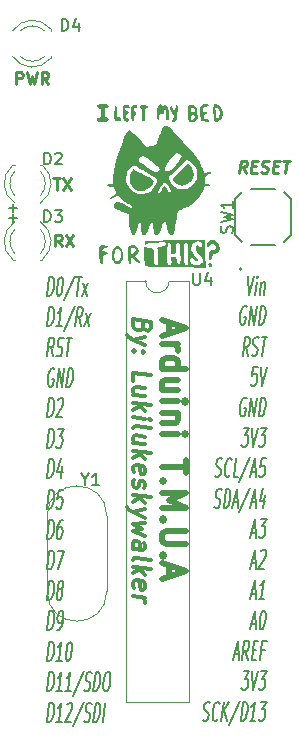
<source format=gbr>
%TF.GenerationSoftware,KiCad,Pcbnew,6.0.4-6f826c9f35~116~ubuntu20.04.1*%
%TF.CreationDate,2022-04-08T20:43:30+02:00*%
%TF.ProjectId,Arduini_TPSE,41726475-696e-4695-9f54-5053452e6b69,rev?*%
%TF.SameCoordinates,Original*%
%TF.FileFunction,Legend,Top*%
%TF.FilePolarity,Positive*%
%FSLAX46Y46*%
G04 Gerber Fmt 4.6, Leading zero omitted, Abs format (unit mm)*
G04 Created by KiCad (PCBNEW 6.0.4-6f826c9f35~116~ubuntu20.04.1) date 2022-04-08 20:43:30*
%MOMM*%
%LPD*%
G01*
G04 APERTURE LIST*
%ADD10C,0.200000*%
%ADD11C,0.250000*%
%ADD12C,0.500000*%
%ADD13C,0.300000*%
%ADD14C,0.160000*%
%ADD15C,0.120000*%
%ADD16C,0.127000*%
G04 APERTURE END LIST*
D10*
X412500Y43862500D02*
X1087500Y43862500D01*
X750000Y43325000D02*
X750000Y42650000D01*
X412500Y42987500D02*
X1087500Y42987500D01*
X750000Y44200000D02*
X750000Y43525000D01*
X3680000Y36413190D02*
X3880000Y38013190D01*
X4070476Y38013190D01*
X4175238Y37937000D01*
X4232380Y37784619D01*
X4251428Y37632238D01*
X4251428Y37327476D01*
X4222857Y37098904D01*
X4146666Y36794142D01*
X4089523Y36641761D01*
X3994285Y36489380D01*
X3870476Y36413190D01*
X3680000Y36413190D01*
X4832380Y38013190D02*
X4908571Y38013190D01*
X4975238Y37937000D01*
X5003809Y37860809D01*
X5022857Y37708428D01*
X5022857Y37403666D01*
X4975238Y37022714D01*
X4899047Y36717952D01*
X4841904Y36565571D01*
X4794285Y36489380D01*
X4708571Y36413190D01*
X4632380Y36413190D01*
X4565714Y36489380D01*
X4537142Y36565571D01*
X4518095Y36717952D01*
X4518095Y37022714D01*
X4565714Y37403666D01*
X4641904Y37708428D01*
X4699047Y37860809D01*
X4746666Y37937000D01*
X4832380Y38013190D01*
X6022857Y38089380D02*
X5080000Y36032238D01*
X6165714Y38013190D02*
X6622857Y38013190D01*
X6194285Y36413190D02*
X6394285Y38013190D01*
X6613333Y36413190D02*
X7165714Y37479857D01*
X6746666Y37479857D02*
X7032380Y36413190D01*
X3680000Y33837190D02*
X3880000Y35437190D01*
X4070476Y35437190D01*
X4175238Y35361000D01*
X4232380Y35208619D01*
X4251428Y35056238D01*
X4251428Y34751476D01*
X4222857Y34522904D01*
X4146666Y34218142D01*
X4089523Y34065761D01*
X3994285Y33913380D01*
X3870476Y33837190D01*
X3680000Y33837190D01*
X4899047Y33837190D02*
X4441904Y33837190D01*
X4670476Y33837190D02*
X4870476Y35437190D01*
X4765714Y35208619D01*
X4670476Y35056238D01*
X4584761Y34980047D01*
X6022857Y35513380D02*
X5080000Y33456238D01*
X6537142Y33837190D02*
X6365714Y34599095D01*
X6080000Y33837190D02*
X6280000Y35437190D01*
X6584761Y35437190D01*
X6651428Y35361000D01*
X6679999Y35284809D01*
X6699047Y35132428D01*
X6670476Y34903857D01*
X6613333Y34751476D01*
X6565714Y34675285D01*
X6480000Y34599095D01*
X6175238Y34599095D01*
X6803809Y33837190D02*
X7356190Y34903857D01*
X6937142Y34903857D02*
X7222857Y33837190D01*
X4137142Y31261190D02*
X3965714Y32023095D01*
X3680000Y31261190D02*
X3880000Y32861190D01*
X4184761Y32861190D01*
X4251428Y32785000D01*
X4280000Y32708809D01*
X4299047Y32556428D01*
X4270476Y32327857D01*
X4213333Y32175476D01*
X4165714Y32099285D01*
X4080000Y32023095D01*
X3775238Y32023095D01*
X4451428Y31337380D02*
X4556190Y31261190D01*
X4746666Y31261190D01*
X4832380Y31337380D01*
X4880000Y31413571D01*
X4937142Y31565952D01*
X4956190Y31718333D01*
X4937142Y31870714D01*
X4908571Y31946904D01*
X4841904Y32023095D01*
X4699047Y32099285D01*
X4632380Y32175476D01*
X4603809Y32251666D01*
X4584761Y32404047D01*
X4603809Y32556428D01*
X4660952Y32708809D01*
X4708571Y32785000D01*
X4794285Y32861190D01*
X4984761Y32861190D01*
X5089523Y32785000D01*
X5327619Y32861190D02*
X5784761Y32861190D01*
X5356190Y31261190D02*
X5556190Y32861190D01*
X4289523Y30209000D02*
X4222857Y30285190D01*
X4108571Y30285190D01*
X3984761Y30209000D01*
X3889523Y30056619D01*
X3832380Y29904238D01*
X3756190Y29599476D01*
X3727619Y29370904D01*
X3727619Y29066142D01*
X3746666Y28913761D01*
X3803809Y28761380D01*
X3908571Y28685190D01*
X3984761Y28685190D01*
X4108571Y28761380D01*
X4156190Y28837571D01*
X4222857Y29370904D01*
X4070476Y29370904D01*
X4480000Y28685190D02*
X4680000Y30285190D01*
X4937142Y28685190D01*
X5137142Y30285190D01*
X5318095Y28685190D02*
X5518095Y30285190D01*
X5708571Y30285190D01*
X5813333Y30209000D01*
X5870476Y30056619D01*
X5889523Y29904238D01*
X5889523Y29599476D01*
X5860952Y29370904D01*
X5784761Y29066142D01*
X5727619Y28913761D01*
X5632380Y28761380D01*
X5508571Y28685190D01*
X5318095Y28685190D01*
X3680000Y26109190D02*
X3880000Y27709190D01*
X4070476Y27709190D01*
X4175238Y27633000D01*
X4232380Y27480619D01*
X4251428Y27328238D01*
X4251428Y27023476D01*
X4222857Y26794904D01*
X4146666Y26490142D01*
X4089523Y26337761D01*
X3994285Y26185380D01*
X3870476Y26109190D01*
X3680000Y26109190D01*
X4622857Y27556809D02*
X4670476Y27633000D01*
X4756190Y27709190D01*
X4946666Y27709190D01*
X5013333Y27633000D01*
X5041904Y27556809D01*
X5060952Y27404428D01*
X5041904Y27252047D01*
X4975238Y27023476D01*
X4403809Y26109190D01*
X4899047Y26109190D01*
X3680000Y23533190D02*
X3880000Y25133190D01*
X4070476Y25133190D01*
X4175238Y25057000D01*
X4232380Y24904619D01*
X4251428Y24752238D01*
X4251428Y24447476D01*
X4222857Y24218904D01*
X4146666Y23914142D01*
X4089523Y23761761D01*
X3994285Y23609380D01*
X3870476Y23533190D01*
X3680000Y23533190D01*
X4603809Y25133190D02*
X5099047Y25133190D01*
X4756190Y24523666D01*
X4870476Y24523666D01*
X4937142Y24447476D01*
X4965714Y24371285D01*
X4984761Y24218904D01*
X4937142Y23837952D01*
X4880000Y23685571D01*
X4832380Y23609380D01*
X4746666Y23533190D01*
X4518095Y23533190D01*
X4451428Y23609380D01*
X4422857Y23685571D01*
X3680000Y20957190D02*
X3880000Y22557190D01*
X4070476Y22557190D01*
X4175238Y22481000D01*
X4232380Y22328619D01*
X4251428Y22176238D01*
X4251428Y21871476D01*
X4222857Y21642904D01*
X4146666Y21338142D01*
X4089523Y21185761D01*
X3994285Y21033380D01*
X3870476Y20957190D01*
X3680000Y20957190D01*
X4956190Y22023857D02*
X4822857Y20957190D01*
X4841904Y22633380D02*
X4508571Y21490523D01*
X5003809Y21490523D01*
X3680000Y18381190D02*
X3880000Y19981190D01*
X4070476Y19981190D01*
X4175238Y19905000D01*
X4232380Y19752619D01*
X4251428Y19600238D01*
X4251428Y19295476D01*
X4222857Y19066904D01*
X4146666Y18762142D01*
X4089523Y18609761D01*
X3994285Y18457380D01*
X3870476Y18381190D01*
X3680000Y18381190D01*
X5060952Y19981190D02*
X4680000Y19981190D01*
X4546666Y19219285D01*
X4594285Y19295476D01*
X4680000Y19371666D01*
X4870476Y19371666D01*
X4937142Y19295476D01*
X4965714Y19219285D01*
X4984761Y19066904D01*
X4937142Y18685952D01*
X4880000Y18533571D01*
X4832380Y18457380D01*
X4746666Y18381190D01*
X4556190Y18381190D01*
X4489523Y18457380D01*
X4460952Y18533571D01*
X3680000Y15805190D02*
X3880000Y17405190D01*
X4070476Y17405190D01*
X4175238Y17329000D01*
X4232380Y17176619D01*
X4251428Y17024238D01*
X4251428Y16719476D01*
X4222857Y16490904D01*
X4146666Y16186142D01*
X4089523Y16033761D01*
X3994285Y15881380D01*
X3870476Y15805190D01*
X3680000Y15805190D01*
X5022857Y17405190D02*
X4870476Y17405190D01*
X4784761Y17329000D01*
X4737142Y17252809D01*
X4632380Y17024238D01*
X4556190Y16719476D01*
X4480000Y16109952D01*
X4499047Y15957571D01*
X4527619Y15881380D01*
X4594285Y15805190D01*
X4746666Y15805190D01*
X4832380Y15881380D01*
X4880000Y15957571D01*
X4937142Y16109952D01*
X4984761Y16490904D01*
X4965714Y16643285D01*
X4937142Y16719476D01*
X4870476Y16795666D01*
X4718095Y16795666D01*
X4632380Y16719476D01*
X4584761Y16643285D01*
X4527619Y16490904D01*
X3680000Y13229190D02*
X3880000Y14829190D01*
X4070476Y14829190D01*
X4175238Y14753000D01*
X4232380Y14600619D01*
X4251428Y14448238D01*
X4251428Y14143476D01*
X4222857Y13914904D01*
X4146666Y13610142D01*
X4089523Y13457761D01*
X3994285Y13305380D01*
X3870476Y13229190D01*
X3680000Y13229190D01*
X4603809Y14829190D02*
X5137142Y14829190D01*
X4594285Y13229190D01*
X3680000Y10653190D02*
X3880000Y12253190D01*
X4070476Y12253190D01*
X4175238Y12177000D01*
X4232380Y12024619D01*
X4251428Y11872238D01*
X4251428Y11567476D01*
X4222857Y11338904D01*
X4146666Y11034142D01*
X4089523Y10881761D01*
X3994285Y10729380D01*
X3870476Y10653190D01*
X3680000Y10653190D01*
X4708571Y11567476D02*
X4641904Y11643666D01*
X4613333Y11719857D01*
X4594285Y11872238D01*
X4603809Y11948428D01*
X4660952Y12100809D01*
X4708571Y12177000D01*
X4794285Y12253190D01*
X4946666Y12253190D01*
X5013333Y12177000D01*
X5041904Y12100809D01*
X5060952Y11948428D01*
X5051428Y11872238D01*
X4994285Y11719857D01*
X4946666Y11643666D01*
X4860952Y11567476D01*
X4708571Y11567476D01*
X4622857Y11491285D01*
X4575238Y11415095D01*
X4518095Y11262714D01*
X4480000Y10957952D01*
X4499047Y10805571D01*
X4527619Y10729380D01*
X4594285Y10653190D01*
X4746666Y10653190D01*
X4832380Y10729380D01*
X4880000Y10805571D01*
X4937142Y10957952D01*
X4975238Y11262714D01*
X4956190Y11415095D01*
X4927619Y11491285D01*
X4860952Y11567476D01*
X3680000Y8077190D02*
X3880000Y9677190D01*
X4070476Y9677190D01*
X4175238Y9601000D01*
X4232380Y9448619D01*
X4251428Y9296238D01*
X4251428Y8991476D01*
X4222857Y8762904D01*
X4146666Y8458142D01*
X4089523Y8305761D01*
X3994285Y8153380D01*
X3870476Y8077190D01*
X3680000Y8077190D01*
X4518095Y8077190D02*
X4670476Y8077190D01*
X4756190Y8153380D01*
X4803809Y8229571D01*
X4908571Y8458142D01*
X4984761Y8762904D01*
X5060952Y9372428D01*
X5041904Y9524809D01*
X5013333Y9601000D01*
X4946666Y9677190D01*
X4794285Y9677190D01*
X4708571Y9601000D01*
X4660952Y9524809D01*
X4603809Y9372428D01*
X4556190Y8991476D01*
X4575238Y8839095D01*
X4603809Y8762904D01*
X4670476Y8686714D01*
X4822857Y8686714D01*
X4908571Y8762904D01*
X4956190Y8839095D01*
X5013333Y8991476D01*
X3680000Y5501190D02*
X3880000Y7101190D01*
X4070476Y7101190D01*
X4175238Y7025000D01*
X4232380Y6872619D01*
X4251428Y6720238D01*
X4251428Y6415476D01*
X4222857Y6186904D01*
X4146666Y5882142D01*
X4089523Y5729761D01*
X3994285Y5577380D01*
X3870476Y5501190D01*
X3680000Y5501190D01*
X4899047Y5501190D02*
X4441904Y5501190D01*
X4670476Y5501190D02*
X4870476Y7101190D01*
X4765714Y6872619D01*
X4670476Y6720238D01*
X4584761Y6644047D01*
X5594285Y7101190D02*
X5670476Y7101190D01*
X5737142Y7025000D01*
X5765714Y6948809D01*
X5784761Y6796428D01*
X5784761Y6491666D01*
X5737142Y6110714D01*
X5660952Y5805952D01*
X5603809Y5653571D01*
X5556190Y5577380D01*
X5470476Y5501190D01*
X5394285Y5501190D01*
X5327619Y5577380D01*
X5299047Y5653571D01*
X5280000Y5805952D01*
X5280000Y6110714D01*
X5327619Y6491666D01*
X5403809Y6796428D01*
X5460952Y6948809D01*
X5508571Y7025000D01*
X5594285Y7101190D01*
X3680000Y2925190D02*
X3880000Y4525190D01*
X4070476Y4525190D01*
X4175238Y4449000D01*
X4232380Y4296619D01*
X4251428Y4144238D01*
X4251428Y3839476D01*
X4222857Y3610904D01*
X4146666Y3306142D01*
X4089523Y3153761D01*
X3994285Y3001380D01*
X3870476Y2925190D01*
X3680000Y2925190D01*
X4899047Y2925190D02*
X4441904Y2925190D01*
X4670476Y2925190D02*
X4870476Y4525190D01*
X4765714Y4296619D01*
X4670476Y4144238D01*
X4584761Y4068047D01*
X5660952Y2925190D02*
X5203809Y2925190D01*
X5432380Y2925190D02*
X5632380Y4525190D01*
X5527619Y4296619D01*
X5432380Y4144238D01*
X5346666Y4068047D01*
X6784761Y4601380D02*
X5841904Y2544238D01*
X6813333Y3001380D02*
X6918095Y2925190D01*
X7108571Y2925190D01*
X7194285Y3001380D01*
X7241904Y3077571D01*
X7299047Y3229952D01*
X7318095Y3382333D01*
X7299047Y3534714D01*
X7270476Y3610904D01*
X7203809Y3687095D01*
X7060952Y3763285D01*
X6994285Y3839476D01*
X6965714Y3915666D01*
X6946666Y4068047D01*
X6965714Y4220428D01*
X7022857Y4372809D01*
X7070476Y4449000D01*
X7156190Y4525190D01*
X7346666Y4525190D01*
X7451428Y4449000D01*
X7603809Y2925190D02*
X7803809Y4525190D01*
X7994285Y4525190D01*
X8099047Y4449000D01*
X8156190Y4296619D01*
X8175238Y4144238D01*
X8175238Y3839476D01*
X8146666Y3610904D01*
X8070476Y3306142D01*
X8013333Y3153761D01*
X7918095Y3001380D01*
X7794285Y2925190D01*
X7603809Y2925190D01*
X8756190Y4525190D02*
X8908571Y4525190D01*
X8975238Y4449000D01*
X9032380Y4296619D01*
X9032380Y3991857D01*
X8965714Y3458523D01*
X8889523Y3153761D01*
X8794285Y3001380D01*
X8708571Y2925190D01*
X8556190Y2925190D01*
X8489523Y3001380D01*
X8432380Y3153761D01*
X8432380Y3458523D01*
X8499047Y3991857D01*
X8575238Y4296619D01*
X8670476Y4449000D01*
X8756190Y4525190D01*
X3680000Y349190D02*
X3880000Y1949190D01*
X4070476Y1949190D01*
X4175238Y1873000D01*
X4232380Y1720619D01*
X4251428Y1568238D01*
X4251428Y1263476D01*
X4222857Y1034904D01*
X4146666Y730142D01*
X4089523Y577761D01*
X3994285Y425380D01*
X3870476Y349190D01*
X3680000Y349190D01*
X4899047Y349190D02*
X4441904Y349190D01*
X4670476Y349190D02*
X4870476Y1949190D01*
X4765714Y1720619D01*
X4670476Y1568238D01*
X4584761Y1492047D01*
X5384761Y1796809D02*
X5432380Y1873000D01*
X5518095Y1949190D01*
X5708571Y1949190D01*
X5775238Y1873000D01*
X5803809Y1796809D01*
X5822857Y1644428D01*
X5803809Y1492047D01*
X5737142Y1263476D01*
X5165714Y349190D01*
X5660952Y349190D01*
X6784761Y2025380D02*
X5841904Y-31761D01*
X6813333Y425380D02*
X6918095Y349190D01*
X7108571Y349190D01*
X7194285Y425380D01*
X7241904Y501571D01*
X7299047Y653952D01*
X7318095Y806333D01*
X7299047Y958714D01*
X7270476Y1034904D01*
X7203809Y1111095D01*
X7060952Y1187285D01*
X6994285Y1263476D01*
X6965714Y1339666D01*
X6946666Y1492047D01*
X6965714Y1644428D01*
X7022857Y1796809D01*
X7070476Y1873000D01*
X7156190Y1949190D01*
X7346666Y1949190D01*
X7451428Y1873000D01*
X7603809Y349190D02*
X7803809Y1949190D01*
X7994285Y1949190D01*
X8099047Y1873000D01*
X8156190Y1720619D01*
X8175238Y1568238D01*
X8175238Y1263476D01*
X8146666Y1034904D01*
X8070476Y730142D01*
X8013333Y577761D01*
X7918095Y425380D01*
X7794285Y349190D01*
X7603809Y349190D01*
X8403809Y349190D02*
X8603809Y1949190D01*
D11*
X20502946Y46827619D02*
X20229136Y47303809D01*
X19931517Y46827619D02*
X20056517Y47827619D01*
X20437470Y47827619D01*
X20526755Y47780000D01*
X20568422Y47732380D01*
X20604136Y47637142D01*
X20586279Y47494285D01*
X20526755Y47399047D01*
X20473184Y47351428D01*
X20371994Y47303809D01*
X19991041Y47303809D01*
X20996994Y47351428D02*
X21330327Y47351428D01*
X21407708Y46827619D02*
X20931517Y46827619D01*
X21056517Y47827619D01*
X21532708Y47827619D01*
X21794613Y46875238D02*
X21931517Y46827619D01*
X22169613Y46827619D01*
X22270803Y46875238D01*
X22324375Y46922857D01*
X22383898Y47018095D01*
X22395803Y47113333D01*
X22360089Y47208571D01*
X22318422Y47256190D01*
X22229136Y47303809D01*
X22044613Y47351428D01*
X21955327Y47399047D01*
X21913660Y47446666D01*
X21877946Y47541904D01*
X21889851Y47637142D01*
X21949375Y47732380D01*
X22002946Y47780000D01*
X22104136Y47827619D01*
X22342232Y47827619D01*
X22479136Y47780000D01*
X22854136Y47351428D02*
X23187470Y47351428D01*
X23264851Y46827619D02*
X22788660Y46827619D01*
X22913660Y47827619D01*
X23389851Y47827619D01*
X23675565Y47827619D02*
X24246994Y47827619D01*
X23836279Y46827619D02*
X23961279Y47827619D01*
D12*
X13991666Y34116904D02*
X13991666Y33164523D01*
X13420238Y34307380D02*
X15420238Y33640714D01*
X13420238Y32974047D01*
X13420238Y32307380D02*
X14753571Y32307380D01*
X14372619Y32307380D02*
X14563095Y32212142D01*
X14658333Y32116904D01*
X14753571Y31926428D01*
X14753571Y31735952D01*
X13420238Y30212142D02*
X15420238Y30212142D01*
X13515476Y30212142D02*
X13420238Y30402619D01*
X13420238Y30783571D01*
X13515476Y30974047D01*
X13610714Y31069285D01*
X13801190Y31164523D01*
X14372619Y31164523D01*
X14563095Y31069285D01*
X14658333Y30974047D01*
X14753571Y30783571D01*
X14753571Y30402619D01*
X14658333Y30212142D01*
X14753571Y28402619D02*
X13420238Y28402619D01*
X14753571Y29259761D02*
X13705952Y29259761D01*
X13515476Y29164523D01*
X13420238Y28974047D01*
X13420238Y28688333D01*
X13515476Y28497857D01*
X13610714Y28402619D01*
X13420238Y27450238D02*
X14753571Y27450238D01*
X15420238Y27450238D02*
X15325000Y27545476D01*
X15229761Y27450238D01*
X15325000Y27355000D01*
X15420238Y27450238D01*
X15229761Y27450238D01*
X14753571Y26497857D02*
X13420238Y26497857D01*
X14563095Y26497857D02*
X14658333Y26402619D01*
X14753571Y26212142D01*
X14753571Y25926428D01*
X14658333Y25735952D01*
X14467857Y25640714D01*
X13420238Y25640714D01*
X13420238Y24688333D02*
X14753571Y24688333D01*
X15420238Y24688333D02*
X15325000Y24783571D01*
X15229761Y24688333D01*
X15325000Y24593095D01*
X15420238Y24688333D01*
X15229761Y24688333D01*
X15420238Y22497857D02*
X15420238Y21355000D01*
X13420238Y21926428D02*
X15420238Y21926428D01*
X13610714Y20688333D02*
X13515476Y20593095D01*
X13420238Y20688333D01*
X13515476Y20783571D01*
X13610714Y20688333D01*
X13420238Y20688333D01*
X13420238Y19735952D02*
X15420238Y19735952D01*
X13991666Y19069285D01*
X15420238Y18402619D01*
X13420238Y18402619D01*
X13610714Y17450238D02*
X13515476Y17355000D01*
X13420238Y17450238D01*
X13515476Y17545476D01*
X13610714Y17450238D01*
X13420238Y17450238D01*
X15420238Y16497857D02*
X13801190Y16497857D01*
X13610714Y16402619D01*
X13515476Y16307380D01*
X13420238Y16116904D01*
X13420238Y15735952D01*
X13515476Y15545476D01*
X13610714Y15450238D01*
X13801190Y15355000D01*
X15420238Y15355000D01*
X13610714Y14402619D02*
X13515476Y14307380D01*
X13420238Y14402619D01*
X13515476Y14497857D01*
X13610714Y14402619D01*
X13420238Y14402619D01*
X13991666Y13545476D02*
X13991666Y12593095D01*
X13420238Y13735952D02*
X15420238Y13069285D01*
X13420238Y12402619D01*
D10*
X20693238Y38088190D02*
X20759904Y36488190D01*
X21226571Y38088190D01*
X21293238Y36488190D02*
X21426571Y37554857D01*
X21493238Y38088190D02*
X21445619Y38012000D01*
X21474190Y37935809D01*
X21521809Y38012000D01*
X21493238Y38088190D01*
X21474190Y37935809D01*
X21807523Y37554857D02*
X21674190Y36488190D01*
X21788476Y37402476D02*
X21836095Y37478666D01*
X21921809Y37554857D01*
X22036095Y37554857D01*
X22102761Y37478666D01*
X22121809Y37326285D01*
X22017047Y36488190D01*
X20569428Y35436000D02*
X20502761Y35512190D01*
X20388476Y35512190D01*
X20264666Y35436000D01*
X20169428Y35283619D01*
X20112285Y35131238D01*
X20036095Y34826476D01*
X20007523Y34597904D01*
X20007523Y34293142D01*
X20026571Y34140761D01*
X20083714Y33988380D01*
X20188476Y33912190D01*
X20264666Y33912190D01*
X20388476Y33988380D01*
X20436095Y34064571D01*
X20502761Y34597904D01*
X20350380Y34597904D01*
X20759904Y33912190D02*
X20959904Y35512190D01*
X21217047Y33912190D01*
X21417047Y35512190D01*
X21598000Y33912190D02*
X21798000Y35512190D01*
X21988476Y35512190D01*
X22093238Y35436000D01*
X22150380Y35283619D01*
X22169428Y35131238D01*
X22169428Y34826476D01*
X22140857Y34597904D01*
X22064666Y34293142D01*
X22007523Y34140761D01*
X21912285Y33988380D01*
X21788476Y33912190D01*
X21598000Y33912190D01*
X20683714Y31336190D02*
X20512285Y32098095D01*
X20226571Y31336190D02*
X20426571Y32936190D01*
X20731333Y32936190D01*
X20798000Y32860000D01*
X20826571Y32783809D01*
X20845619Y32631428D01*
X20817047Y32402857D01*
X20759904Y32250476D01*
X20712285Y32174285D01*
X20626571Y32098095D01*
X20321809Y32098095D01*
X20998000Y31412380D02*
X21102761Y31336190D01*
X21293238Y31336190D01*
X21378952Y31412380D01*
X21426571Y31488571D01*
X21483714Y31640952D01*
X21502761Y31793333D01*
X21483714Y31945714D01*
X21455142Y32021904D01*
X21388476Y32098095D01*
X21245619Y32174285D01*
X21178952Y32250476D01*
X21150380Y32326666D01*
X21131333Y32479047D01*
X21150380Y32631428D01*
X21207523Y32783809D01*
X21255142Y32860000D01*
X21340857Y32936190D01*
X21531333Y32936190D01*
X21636095Y32860000D01*
X21874190Y32936190D02*
X22331333Y32936190D01*
X21902761Y31336190D02*
X22102761Y32936190D01*
X21531333Y30360190D02*
X21150380Y30360190D01*
X21017047Y29598285D01*
X21064666Y29674476D01*
X21150380Y29750666D01*
X21340857Y29750666D01*
X21407523Y29674476D01*
X21436095Y29598285D01*
X21455142Y29445904D01*
X21407523Y29064952D01*
X21350380Y28912571D01*
X21302761Y28836380D01*
X21217047Y28760190D01*
X21026571Y28760190D01*
X20959904Y28836380D01*
X20931333Y28912571D01*
X21798000Y30360190D02*
X21864666Y28760190D01*
X22331333Y30360190D01*
X20569428Y27708000D02*
X20502761Y27784190D01*
X20388476Y27784190D01*
X20264666Y27708000D01*
X20169428Y27555619D01*
X20112285Y27403238D01*
X20036095Y27098476D01*
X20007523Y26869904D01*
X20007523Y26565142D01*
X20026571Y26412761D01*
X20083714Y26260380D01*
X20188476Y26184190D01*
X20264666Y26184190D01*
X20388476Y26260380D01*
X20436095Y26336571D01*
X20502761Y26869904D01*
X20350380Y26869904D01*
X20759904Y26184190D02*
X20959904Y27784190D01*
X21217047Y26184190D01*
X21417047Y27784190D01*
X21598000Y26184190D02*
X21798000Y27784190D01*
X21988476Y27784190D01*
X22093238Y27708000D01*
X22150380Y27555619D01*
X22169428Y27403238D01*
X22169428Y27098476D01*
X22140857Y26869904D01*
X22064666Y26565142D01*
X22007523Y26412761D01*
X21912285Y26260380D01*
X21788476Y26184190D01*
X21598000Y26184190D01*
X20312285Y25208190D02*
X20807523Y25208190D01*
X20464666Y24598666D01*
X20578952Y24598666D01*
X20645619Y24522476D01*
X20674190Y24446285D01*
X20693238Y24293904D01*
X20645619Y23912952D01*
X20588476Y23760571D01*
X20540857Y23684380D01*
X20455142Y23608190D01*
X20226571Y23608190D01*
X20159904Y23684380D01*
X20131333Y23760571D01*
X21036095Y25208190D02*
X21102761Y23608190D01*
X21569428Y25208190D01*
X21759904Y25208190D02*
X22255142Y25208190D01*
X21912285Y24598666D01*
X22026571Y24598666D01*
X22093238Y24522476D01*
X22121809Y24446285D01*
X22140857Y24293904D01*
X22093238Y23912952D01*
X22036095Y23760571D01*
X21988476Y23684380D01*
X21902761Y23608190D01*
X21674190Y23608190D01*
X21607523Y23684380D01*
X21578952Y23760571D01*
X17874190Y21108380D02*
X17978952Y21032190D01*
X18169428Y21032190D01*
X18255142Y21108380D01*
X18302761Y21184571D01*
X18359904Y21336952D01*
X18378952Y21489333D01*
X18359904Y21641714D01*
X18331333Y21717904D01*
X18264666Y21794095D01*
X18121809Y21870285D01*
X18055142Y21946476D01*
X18026571Y22022666D01*
X18007523Y22175047D01*
X18026571Y22327428D01*
X18083714Y22479809D01*
X18131333Y22556000D01*
X18217047Y22632190D01*
X18407523Y22632190D01*
X18512285Y22556000D01*
X19140857Y21184571D02*
X19093238Y21108380D01*
X18969428Y21032190D01*
X18893238Y21032190D01*
X18788476Y21108380D01*
X18731333Y21260761D01*
X18712285Y21413142D01*
X18712285Y21717904D01*
X18740857Y21946476D01*
X18817047Y22251238D01*
X18874190Y22403619D01*
X18969428Y22556000D01*
X19093238Y22632190D01*
X19169428Y22632190D01*
X19274190Y22556000D01*
X19302761Y22479809D01*
X19845619Y21032190D02*
X19464666Y21032190D01*
X19664666Y22632190D01*
X20893238Y22708380D02*
X19950380Y20651238D01*
X20969428Y21489333D02*
X21350380Y21489333D01*
X20836095Y21032190D02*
X21302761Y22632190D01*
X21369428Y21032190D01*
X22217047Y22632190D02*
X21836095Y22632190D01*
X21702761Y21870285D01*
X21750380Y21946476D01*
X21836095Y22022666D01*
X22026571Y22022666D01*
X22093238Y21946476D01*
X22121809Y21870285D01*
X22140857Y21717904D01*
X22093238Y21336952D01*
X22036095Y21184571D01*
X21988476Y21108380D01*
X21902761Y21032190D01*
X21712285Y21032190D01*
X21645619Y21108380D01*
X21617047Y21184571D01*
X17836095Y18532380D02*
X17940857Y18456190D01*
X18131333Y18456190D01*
X18217047Y18532380D01*
X18264666Y18608571D01*
X18321809Y18760952D01*
X18340857Y18913333D01*
X18321809Y19065714D01*
X18293238Y19141904D01*
X18226571Y19218095D01*
X18083714Y19294285D01*
X18017047Y19370476D01*
X17988476Y19446666D01*
X17969428Y19599047D01*
X17988476Y19751428D01*
X18045619Y19903809D01*
X18093238Y19980000D01*
X18178952Y20056190D01*
X18369428Y20056190D01*
X18474190Y19980000D01*
X18626571Y18456190D02*
X18826571Y20056190D01*
X19017047Y20056190D01*
X19121809Y19980000D01*
X19178952Y19827619D01*
X19198000Y19675238D01*
X19198000Y19370476D01*
X19169428Y19141904D01*
X19093238Y18837142D01*
X19036095Y18684761D01*
X18940857Y18532380D01*
X18817047Y18456190D01*
X18626571Y18456190D01*
X19445619Y18913333D02*
X19826571Y18913333D01*
X19312285Y18456190D02*
X19778952Y20056190D01*
X19845619Y18456190D01*
X20893238Y20132380D02*
X19950380Y18075238D01*
X20969428Y18913333D02*
X21350380Y18913333D01*
X20836095Y18456190D02*
X21302761Y20056190D01*
X21369428Y18456190D01*
X22112285Y19522857D02*
X21978952Y18456190D01*
X21998000Y20132380D02*
X21664666Y18989523D01*
X22159904Y18989523D01*
X20969428Y16337333D02*
X21350380Y16337333D01*
X20836095Y15880190D02*
X21302761Y17480190D01*
X21369428Y15880190D01*
X21759904Y17480190D02*
X22255142Y17480190D01*
X21912285Y16870666D01*
X22026571Y16870666D01*
X22093238Y16794476D01*
X22121809Y16718285D01*
X22140857Y16565904D01*
X22093238Y16184952D01*
X22036095Y16032571D01*
X21988476Y15956380D01*
X21902761Y15880190D01*
X21674190Y15880190D01*
X21607523Y15956380D01*
X21578952Y16032571D01*
X20969428Y13761333D02*
X21350380Y13761333D01*
X20836095Y13304190D02*
X21302761Y14904190D01*
X21369428Y13304190D01*
X21778952Y14751809D02*
X21826571Y14828000D01*
X21912285Y14904190D01*
X22102761Y14904190D01*
X22169428Y14828000D01*
X22198000Y14751809D01*
X22217047Y14599428D01*
X22198000Y14447047D01*
X22131333Y14218476D01*
X21559904Y13304190D01*
X22055142Y13304190D01*
X20969428Y11185333D02*
X21350380Y11185333D01*
X20836095Y10728190D02*
X21302761Y12328190D01*
X21369428Y10728190D01*
X22055142Y10728190D02*
X21598000Y10728190D01*
X21826571Y10728190D02*
X22026571Y12328190D01*
X21921809Y12099619D01*
X21826571Y11947238D01*
X21740857Y11871047D01*
X20969428Y8609333D02*
X21350380Y8609333D01*
X20836095Y8152190D02*
X21302761Y9752190D01*
X21369428Y8152190D01*
X21988476Y9752190D02*
X22064666Y9752190D01*
X22131333Y9676000D01*
X22159904Y9599809D01*
X22178952Y9447428D01*
X22178952Y9142666D01*
X22131333Y8761714D01*
X22055142Y8456952D01*
X21998000Y8304571D01*
X21950380Y8228380D01*
X21864666Y8152190D01*
X21788476Y8152190D01*
X21721809Y8228380D01*
X21693238Y8304571D01*
X21674190Y8456952D01*
X21674190Y8761714D01*
X21721809Y9142666D01*
X21798000Y9447428D01*
X21855142Y9599809D01*
X21902761Y9676000D01*
X21988476Y9752190D01*
X19521809Y6033333D02*
X19902761Y6033333D01*
X19388476Y5576190D02*
X19855142Y7176190D01*
X19921809Y5576190D01*
X20645619Y5576190D02*
X20474190Y6338095D01*
X20188476Y5576190D02*
X20388476Y7176190D01*
X20693238Y7176190D01*
X20759904Y7100000D01*
X20788476Y7023809D01*
X20807523Y6871428D01*
X20778952Y6642857D01*
X20721809Y6490476D01*
X20674190Y6414285D01*
X20588476Y6338095D01*
X20283714Y6338095D01*
X21093238Y6414285D02*
X21359904Y6414285D01*
X21369428Y5576190D02*
X20988476Y5576190D01*
X21188476Y7176190D01*
X21569428Y7176190D01*
X22083714Y6414285D02*
X21817047Y6414285D01*
X21712285Y5576190D02*
X21912285Y7176190D01*
X22293238Y7176190D01*
X20312285Y4600190D02*
X20807523Y4600190D01*
X20464666Y3990666D01*
X20578952Y3990666D01*
X20645619Y3914476D01*
X20674190Y3838285D01*
X20693238Y3685904D01*
X20645619Y3304952D01*
X20588476Y3152571D01*
X20540857Y3076380D01*
X20455142Y3000190D01*
X20226571Y3000190D01*
X20159904Y3076380D01*
X20131333Y3152571D01*
X21036095Y4600190D02*
X21102761Y3000190D01*
X21569428Y4600190D01*
X21759904Y4600190D02*
X22255142Y4600190D01*
X21912285Y3990666D01*
X22026571Y3990666D01*
X22093238Y3914476D01*
X22121809Y3838285D01*
X22140857Y3685904D01*
X22093238Y3304952D01*
X22036095Y3152571D01*
X21988476Y3076380D01*
X21902761Y3000190D01*
X21674190Y3000190D01*
X21607523Y3076380D01*
X21578952Y3152571D01*
X16845619Y500380D02*
X16950380Y424190D01*
X17140857Y424190D01*
X17226571Y500380D01*
X17274190Y576571D01*
X17331333Y728952D01*
X17350380Y881333D01*
X17331333Y1033714D01*
X17302761Y1109904D01*
X17236095Y1186095D01*
X17093238Y1262285D01*
X17026571Y1338476D01*
X16998000Y1414666D01*
X16978952Y1567047D01*
X16998000Y1719428D01*
X17055142Y1871809D01*
X17102761Y1948000D01*
X17188476Y2024190D01*
X17378952Y2024190D01*
X17483714Y1948000D01*
X18112285Y576571D02*
X18064666Y500380D01*
X17940857Y424190D01*
X17864666Y424190D01*
X17759904Y500380D01*
X17702761Y652761D01*
X17683714Y805142D01*
X17683714Y1109904D01*
X17712285Y1338476D01*
X17788476Y1643238D01*
X17845619Y1795619D01*
X17940857Y1948000D01*
X18064666Y2024190D01*
X18140857Y2024190D01*
X18245619Y1948000D01*
X18274190Y1871809D01*
X18436095Y424190D02*
X18636095Y2024190D01*
X18893238Y424190D02*
X18664666Y1338476D01*
X19093238Y2024190D02*
X18521809Y1109904D01*
X20017047Y2100380D02*
X19074190Y43238D01*
X20074190Y424190D02*
X20274190Y2024190D01*
X20464666Y2024190D01*
X20569428Y1948000D01*
X20626571Y1795619D01*
X20645619Y1643238D01*
X20645619Y1338476D01*
X20617047Y1109904D01*
X20540857Y805142D01*
X20483714Y652761D01*
X20388476Y500380D01*
X20264666Y424190D01*
X20074190Y424190D01*
X21293238Y424190D02*
X20836095Y424190D01*
X21064666Y424190D02*
X21264666Y2024190D01*
X21159904Y1795619D01*
X21064666Y1643238D01*
X20978952Y1567047D01*
X21759904Y2024190D02*
X22255142Y2024190D01*
X21912285Y1414666D01*
X22026571Y1414666D01*
X22093238Y1338476D01*
X22121809Y1262285D01*
X22140857Y1109904D01*
X22093238Y728952D01*
X22036095Y576571D01*
X21988476Y500380D01*
X21902761Y424190D01*
X21674190Y424190D01*
X21607523Y500380D01*
X21578952Y576571D01*
D11*
X4213095Y46372619D02*
X4784523Y46372619D01*
X4498809Y45372619D02*
X4498809Y46372619D01*
X5022619Y46372619D02*
X5689285Y45372619D01*
X5689285Y46372619D02*
X5022619Y45372619D01*
D13*
X11757142Y33795223D02*
X11685714Y33589866D01*
X11614285Y33527366D01*
X11471428Y33473794D01*
X11257142Y33500580D01*
X11114285Y33589866D01*
X11042857Y33670223D01*
X10971428Y33822008D01*
X10971428Y34393437D01*
X12471428Y34205937D01*
X12471428Y33705937D01*
X12400000Y33572008D01*
X12328571Y33509508D01*
X12185714Y33455937D01*
X12042857Y33473794D01*
X11900000Y33563080D01*
X11828571Y33643437D01*
X11757142Y33795223D01*
X11757142Y34295223D01*
X11971428Y32911294D02*
X10971428Y32679151D01*
X11971428Y32197008D02*
X10971428Y32679151D01*
X10614285Y32866651D01*
X10542857Y32947008D01*
X10471428Y33098794D01*
X11114285Y31732723D02*
X11042857Y31670223D01*
X10971428Y31750580D01*
X11042857Y31813080D01*
X11114285Y31732723D01*
X10971428Y31750580D01*
X11900000Y31634508D02*
X11828571Y31572008D01*
X11757142Y31652366D01*
X11828571Y31714866D01*
X11900000Y31634508D01*
X11757142Y31652366D01*
X10971428Y29179151D02*
X10971428Y29893437D01*
X12471428Y29705937D01*
X11971428Y27911294D02*
X10971428Y28036294D01*
X11971428Y28554151D02*
X11185714Y28652366D01*
X11042857Y28598794D01*
X10971428Y28464866D01*
X10971428Y28250580D01*
X11042857Y28098794D01*
X11114285Y28018437D01*
X10971428Y27322008D02*
X12471428Y27134508D01*
X11542857Y27107723D02*
X10971428Y26750580D01*
X11971428Y26625580D02*
X11400000Y27268437D01*
X10971428Y26107723D02*
X11971428Y25982723D01*
X12471428Y25920223D02*
X12400000Y26000580D01*
X12328571Y25938080D01*
X12400000Y25857723D01*
X12471428Y25920223D01*
X12328571Y25938080D01*
X10971428Y25179151D02*
X11042857Y25313080D01*
X11185714Y25366651D01*
X12471428Y25205937D01*
X11971428Y23839866D02*
X10971428Y23964866D01*
X11971428Y24482723D02*
X11185714Y24580937D01*
X11042857Y24527366D01*
X10971428Y24393437D01*
X10971428Y24179151D01*
X11042857Y24027366D01*
X11114285Y23947008D01*
X10971428Y23250580D02*
X12471428Y23063080D01*
X11542857Y23036294D02*
X10971428Y22679151D01*
X11971428Y22554151D02*
X11400000Y23197008D01*
X11042857Y21455937D02*
X10971428Y21607723D01*
X10971428Y21893437D01*
X11042857Y22027366D01*
X11185714Y22080937D01*
X11757142Y22009508D01*
X11900000Y21920223D01*
X11971428Y21768437D01*
X11971428Y21482723D01*
X11900000Y21348794D01*
X11757142Y21295223D01*
X11614285Y21313080D01*
X11471428Y22045223D01*
X11042857Y20813080D02*
X10971428Y20679151D01*
X10971428Y20393437D01*
X11042857Y20241651D01*
X11185714Y20152366D01*
X11257142Y20143437D01*
X11400000Y20197008D01*
X11471428Y20330937D01*
X11471428Y20545223D01*
X11542857Y20679151D01*
X11685714Y20732723D01*
X11757142Y20723794D01*
X11900000Y20634508D01*
X11971428Y20482723D01*
X11971428Y20268437D01*
X11900000Y20134508D01*
X10971428Y19536294D02*
X12471428Y19348794D01*
X11542857Y19322008D02*
X10971428Y18964866D01*
X11971428Y18839866D02*
X11400000Y19482723D01*
X11971428Y18339866D02*
X10971428Y18107723D01*
X11971428Y17625580D02*
X10971428Y18107723D01*
X10614285Y18295223D01*
X10542857Y18375580D01*
X10471428Y18527366D01*
X11971428Y17197008D02*
X10971428Y17036294D01*
X11685714Y16661294D01*
X10971428Y16464866D01*
X11971428Y16054151D01*
X10971428Y14964866D02*
X11757142Y14866651D01*
X11900000Y14920223D01*
X11971428Y15054151D01*
X11971428Y15339866D01*
X11900000Y15491651D01*
X11042857Y14955937D02*
X10971428Y15107723D01*
X10971428Y15464866D01*
X11042857Y15598794D01*
X11185714Y15652366D01*
X11328571Y15634508D01*
X11471428Y15545223D01*
X11542857Y15393437D01*
X11542857Y15036294D01*
X11614285Y14884508D01*
X10971428Y14036294D02*
X11042857Y14170223D01*
X11185714Y14223794D01*
X12471428Y14063080D01*
X10971428Y13464866D02*
X12471428Y13277366D01*
X11542857Y13250580D02*
X10971428Y12893437D01*
X11971428Y12768437D02*
X11400000Y13411294D01*
X11042857Y11670223D02*
X10971428Y11822008D01*
X10971428Y12107723D01*
X11042857Y12241651D01*
X11185714Y12295223D01*
X11757142Y12223794D01*
X11900000Y12134508D01*
X11971428Y11982723D01*
X11971428Y11697008D01*
X11900000Y11563080D01*
X11757142Y11509508D01*
X11614285Y11527366D01*
X11471428Y12259508D01*
X10971428Y10964866D02*
X11971428Y10839866D01*
X11685714Y10875580D02*
X11828571Y10786294D01*
X11900000Y10705937D01*
X11971428Y10554151D01*
X11971428Y10411294D01*
D11*
X4908333Y40572619D02*
X4575000Y41048809D01*
X4336904Y40572619D02*
X4336904Y41572619D01*
X4717857Y41572619D01*
X4813095Y41525000D01*
X4860714Y41477380D01*
X4908333Y41382142D01*
X4908333Y41239285D01*
X4860714Y41144047D01*
X4813095Y41096428D01*
X4717857Y41048809D01*
X4336904Y41048809D01*
X5241666Y41572619D02*
X5908333Y40572619D01*
X5908333Y41572619D02*
X5241666Y40572619D01*
X1066666Y54322619D02*
X1066666Y55322619D01*
X1447619Y55322619D01*
X1542857Y55275000D01*
X1590476Y55227380D01*
X1638095Y55132142D01*
X1638095Y54989285D01*
X1590476Y54894047D01*
X1542857Y54846428D01*
X1447619Y54798809D01*
X1066666Y54798809D01*
X1971428Y55322619D02*
X2209523Y54322619D01*
X2400000Y55036904D01*
X2590476Y54322619D01*
X2828571Y55322619D01*
X3780952Y54322619D02*
X3447619Y54798809D01*
X3209523Y54322619D02*
X3209523Y55322619D01*
X3590476Y55322619D01*
X3685714Y55275000D01*
X3733333Y55227380D01*
X3780952Y55132142D01*
X3780952Y54989285D01*
X3733333Y54894047D01*
X3685714Y54846428D01*
X3590476Y54798809D01*
X3209523Y54798809D01*
D14*
%TO.C,Y1*%
X6873809Y20848809D02*
X6873809Y20372619D01*
X6540476Y21372619D02*
X6873809Y20848809D01*
X7207142Y21372619D01*
X8064285Y20372619D02*
X7492857Y20372619D01*
X7778571Y20372619D02*
X7778571Y21372619D01*
X7683333Y21229761D01*
X7588095Y21134523D01*
X7492857Y21086904D01*
%TO.C,U4*%
X16038095Y38322619D02*
X16038095Y37513095D01*
X16085714Y37417857D01*
X16133333Y37370238D01*
X16228571Y37322619D01*
X16419047Y37322619D01*
X16514285Y37370238D01*
X16561904Y37417857D01*
X16609523Y37513095D01*
X16609523Y38322619D01*
X17514285Y37989285D02*
X17514285Y37322619D01*
X17276190Y38370238D02*
X17038095Y37655952D01*
X17657142Y37655952D01*
%TO.C,D4*%
X4911904Y58847619D02*
X4911904Y59847619D01*
X5150000Y59847619D01*
X5292857Y59800000D01*
X5388095Y59704761D01*
X5435714Y59609523D01*
X5483333Y59419047D01*
X5483333Y59276190D01*
X5435714Y59085714D01*
X5388095Y58990476D01*
X5292857Y58895238D01*
X5150000Y58847619D01*
X4911904Y58847619D01*
X6340476Y59514285D02*
X6340476Y58847619D01*
X6102380Y59895238D02*
X5864285Y59180952D01*
X6483333Y59180952D01*
%TO.C,D3*%
X3411904Y42647619D02*
X3411904Y43647619D01*
X3650000Y43647619D01*
X3792857Y43600000D01*
X3888095Y43504761D01*
X3935714Y43409523D01*
X3983333Y43219047D01*
X3983333Y43076190D01*
X3935714Y42885714D01*
X3888095Y42790476D01*
X3792857Y42695238D01*
X3650000Y42647619D01*
X3411904Y42647619D01*
X4316666Y43647619D02*
X4935714Y43647619D01*
X4602380Y43266666D01*
X4745238Y43266666D01*
X4840476Y43219047D01*
X4888095Y43171428D01*
X4935714Y43076190D01*
X4935714Y42838095D01*
X4888095Y42742857D01*
X4840476Y42695238D01*
X4745238Y42647619D01*
X4459523Y42647619D01*
X4364285Y42695238D01*
X4316666Y42742857D01*
%TO.C,D2*%
X3411904Y47522619D02*
X3411904Y48522619D01*
X3650000Y48522619D01*
X3792857Y48475000D01*
X3888095Y48379761D01*
X3935714Y48284523D01*
X3983333Y48094047D01*
X3983333Y47951190D01*
X3935714Y47760714D01*
X3888095Y47665476D01*
X3792857Y47570238D01*
X3650000Y47522619D01*
X3411904Y47522619D01*
X4364285Y48427380D02*
X4411904Y48475000D01*
X4507142Y48522619D01*
X4745238Y48522619D01*
X4840476Y48475000D01*
X4888095Y48427380D01*
X4935714Y48332142D01*
X4935714Y48236904D01*
X4888095Y48094047D01*
X4316666Y47522619D01*
X4935714Y47522619D01*
%TO.C,SW1*%
X19329761Y41721666D02*
X19377380Y41864523D01*
X19377380Y42102619D01*
X19329761Y42197857D01*
X19282142Y42245476D01*
X19186904Y42293095D01*
X19091666Y42293095D01*
X18996428Y42245476D01*
X18948809Y42197857D01*
X18901190Y42102619D01*
X18853571Y41912142D01*
X18805952Y41816904D01*
X18758333Y41769285D01*
X18663095Y41721666D01*
X18567857Y41721666D01*
X18472619Y41769285D01*
X18425000Y41816904D01*
X18377380Y41912142D01*
X18377380Y42150238D01*
X18425000Y42293095D01*
X18377380Y42626428D02*
X19377380Y42864523D01*
X18663095Y43055000D01*
X19377380Y43245476D01*
X18377380Y43483571D01*
X19377380Y44388333D02*
X19377380Y43816904D01*
X19377380Y44102619D02*
X18377380Y44102619D01*
X18520238Y44007380D01*
X18615476Y43912142D01*
X18663095Y43816904D01*
%TO.C,G\u002A\u002A\u002A*%
G36*
X11946346Y40881663D02*
G01*
X11965782Y40988013D01*
X11971527Y40997923D01*
X12045203Y41013927D01*
X12224139Y41030235D01*
X12492354Y41046450D01*
X12833869Y41062175D01*
X13232704Y41077014D01*
X13672880Y41090570D01*
X14138416Y41102446D01*
X14613334Y41112246D01*
X15081653Y41119573D01*
X15527395Y41124030D01*
X15934578Y41125220D01*
X16287223Y41122747D01*
X16569352Y41116214D01*
X16632697Y41113641D01*
X17072196Y41093512D01*
X17076287Y40143713D01*
X17079381Y39799538D01*
X17085182Y39483186D01*
X17092983Y39221436D01*
X17102076Y39041068D01*
X17106773Y38990630D01*
X17133168Y38787345D01*
X15177980Y38808768D01*
X14668484Y38814685D01*
X14167857Y38821118D01*
X13697049Y38827751D01*
X13277010Y38834270D01*
X12928688Y38840360D01*
X12673034Y38845706D01*
X12607128Y38847404D01*
X12302598Y38860805D01*
X12103268Y38882395D01*
X11993232Y38914652D01*
X11959348Y38948310D01*
X11939936Y39058610D01*
X11925908Y39257147D01*
X11917112Y39518571D01*
X11913398Y39817528D01*
X11914615Y40128668D01*
X11920613Y40426638D01*
X11929620Y40646529D01*
X11989731Y40646529D01*
X11991771Y40627739D01*
X12011020Y40533741D01*
X12062016Y40488468D01*
X12177387Y40477608D01*
X12321281Y40483202D01*
X12484724Y40485560D01*
X12593792Y40459141D01*
X12659512Y40384190D01*
X12692908Y40240948D01*
X12705006Y40009660D01*
X12706690Y39792542D01*
X12715265Y39443117D01*
X12741460Y39201162D01*
X12788324Y39053785D01*
X12858907Y38988092D01*
X12898458Y38981742D01*
X13008486Y39034227D01*
X13068658Y39126499D01*
X13090041Y39263898D01*
X13091689Y39493276D01*
X13074224Y39776756D01*
X13857092Y39776756D01*
X13859800Y39503465D01*
X13869231Y39274661D01*
X13885872Y39117956D01*
X13896104Y39077631D01*
X13975962Y38991355D01*
X14088476Y39008073D01*
X14162683Y39073001D01*
X14210489Y39218252D01*
X14199700Y39406414D01*
X14160978Y39648568D01*
X14404176Y39648568D01*
X14559688Y39642656D01*
X14628905Y39602404D01*
X14646775Y39494034D01*
X14647375Y39413508D01*
X14672659Y39222900D01*
X14737245Y39098130D01*
X14824235Y39057275D01*
X14916730Y39118412D01*
X14919614Y39122286D01*
X14956881Y39221657D01*
X14975733Y39401964D01*
X14977217Y39678605D01*
X14973930Y39783815D01*
X15265203Y39783815D01*
X15272348Y39502604D01*
X15287142Y39281658D01*
X15308259Y39149779D01*
X15310999Y39141714D01*
X15363723Y39020504D01*
X15419079Y38987867D01*
X15521238Y39018471D01*
X15524038Y39019545D01*
X15565336Y39050930D01*
X15592848Y39120748D01*
X15608801Y39248827D01*
X15615424Y39454993D01*
X15615395Y39473349D01*
X15802233Y39473349D01*
X15807160Y39326119D01*
X15836231Y39202956D01*
X15847515Y39181382D01*
X15946803Y39098161D01*
X16108567Y39019961D01*
X16278593Y38968067D01*
X16402195Y38963614D01*
X16528424Y39006508D01*
X16660991Y39054564D01*
X16794315Y39137538D01*
X16862395Y39231696D01*
X16866358Y39417131D01*
X16790732Y39636208D01*
X16651994Y39848605D01*
X16578448Y39926516D01*
X16400507Y40132004D01*
X16294371Y40335729D01*
X16271948Y40510869D01*
X16291785Y40572180D01*
X16385112Y40664743D01*
X16487645Y40662707D01*
X16548533Y40588186D01*
X16630764Y40513304D01*
X16706570Y40497255D01*
X16797156Y40525677D01*
X16828578Y40631746D01*
X16829714Y40675679D01*
X16775287Y40857469D01*
X16632789Y40989201D01*
X16433396Y41042722D01*
X16423148Y41042840D01*
X16243105Y40988740D01*
X16071644Y40848361D01*
X15939717Y40654582D01*
X15881028Y40466945D01*
X15870886Y40356735D01*
X15880643Y40260231D01*
X15921585Y40156188D01*
X16004999Y40023363D01*
X16142174Y39840512D01*
X16344396Y39586391D01*
X16357669Y39569876D01*
X16441898Y39451107D01*
X16448430Y39383500D01*
X16404229Y39343534D01*
X16291345Y39303700D01*
X16195731Y39356933D01*
X16103974Y39493937D01*
X16026631Y39609083D01*
X15967456Y39656644D01*
X15964962Y39656464D01*
X15865862Y39648605D01*
X15859785Y39648568D01*
X15820194Y39596786D01*
X15802233Y39473349D01*
X15615395Y39473349D01*
X15614944Y39759076D01*
X15614307Y39822767D01*
X15607949Y40218233D01*
X15596746Y40507756D01*
X15577855Y40706618D01*
X15548432Y40830100D01*
X15505634Y40893483D01*
X15446617Y40912049D01*
X15412081Y40909585D01*
X15359782Y40895712D01*
X15323405Y40858478D01*
X15299429Y40778152D01*
X15284335Y40635003D01*
X15274603Y40409302D01*
X15267034Y40096487D01*
X15265203Y39783815D01*
X14973930Y39783815D01*
X14970996Y39877754D01*
X14953979Y40260545D01*
X14935762Y40538020D01*
X14912941Y40726087D01*
X14882110Y40840650D01*
X14839867Y40897616D01*
X14782805Y40912891D01*
X14750008Y40910208D01*
X14682080Y40891172D01*
X14642283Y40840453D01*
X14623185Y40731571D01*
X14617350Y40538043D01*
X14617064Y40436635D01*
X14617064Y39981981D01*
X14389738Y39963166D01*
X14162411Y39944352D01*
X14162411Y40396179D01*
X14147802Y40682683D01*
X14103745Y40852157D01*
X14029888Y40905266D01*
X13927315Y40844117D01*
X13903728Y40762562D01*
X13884425Y40587437D01*
X13869892Y40346354D01*
X13860619Y40066923D01*
X13857092Y39776756D01*
X13074224Y39776756D01*
X13073593Y39786990D01*
X13068800Y39838790D01*
X13044613Y40094821D01*
X13025482Y40308595D01*
X13014153Y40448887D01*
X13012263Y40482100D01*
X13069464Y40534512D01*
X13243591Y40556962D01*
X13304328Y40557876D01*
X13531239Y40578308D01*
X13673976Y40645543D01*
X13701236Y40671912D01*
X13770220Y40764379D01*
X13752318Y40834015D01*
X13702369Y40888016D01*
X13572001Y40959335D01*
X13381236Y40957614D01*
X13195570Y40933334D01*
X12954607Y40905937D01*
X12798449Y40889969D01*
X12468543Y40856958D01*
X12241089Y40828855D01*
X12097783Y40799710D01*
X12020323Y40763574D01*
X11990406Y40714497D01*
X11989731Y40646529D01*
X11929620Y40646529D01*
X11931240Y40686087D01*
X11946346Y40881663D01*
G37*
G36*
X17538779Y39198946D02*
G01*
X17624343Y39117154D01*
X17653004Y39002570D01*
X17642651Y38959115D01*
X17560506Y38874246D01*
X17447712Y38873211D01*
X17357261Y38952078D01*
X17345160Y38981200D01*
X17330046Y39107310D01*
X17344653Y39163061D01*
X17433239Y39222672D01*
X17538779Y39198946D01*
G37*
G36*
X8649440Y40652067D02*
G01*
X8776149Y40612676D01*
X8811859Y40576423D01*
X8774279Y40515937D01*
X8643908Y40454317D01*
X8585445Y40436668D01*
X8407665Y40361837D01*
X8344402Y40276634D01*
X8394421Y40199796D01*
X8556487Y40150059D01*
X8604679Y40144807D01*
X8766955Y40103719D01*
X8820745Y40030267D01*
X8766401Y39945508D01*
X8604278Y39870496D01*
X8600061Y39869275D01*
X8490095Y39831713D01*
X8431398Y39777443D01*
X8407886Y39672810D01*
X8403471Y39484156D01*
X8403461Y39457937D01*
X8396383Y39250478D01*
X8371076Y39140180D01*
X8321426Y39103571D01*
X8311029Y39102983D01*
X8222070Y39153588D01*
X8162871Y39249558D01*
X8121691Y39407186D01*
X8113904Y39507195D01*
X8111498Y39619316D01*
X8098915Y39812943D01*
X8078760Y40049017D01*
X8075466Y40083400D01*
X8054975Y40320114D01*
X8053272Y40465376D01*
X8074863Y40548133D01*
X8124252Y40597328D01*
X8158560Y40617202D01*
X8296713Y40657072D01*
X8474984Y40667779D01*
X8649440Y40652067D01*
G37*
G36*
X9227063Y40272042D02*
G01*
X9369698Y40469492D01*
X9570869Y40589110D01*
X9597565Y40596616D01*
X9765150Y40581633D01*
X9919599Y40465207D01*
X10044320Y40267087D01*
X10122725Y40007020D01*
X10129539Y39963350D01*
X10140574Y39695804D01*
X10077595Y39480223D01*
X9924568Y39265853D01*
X9900831Y39239379D01*
X9731361Y39123212D01*
X9550031Y39125642D01*
X9367529Y39246140D01*
X9347660Y39266775D01*
X9203263Y39494125D01*
X9138557Y39756215D01*
X9138796Y39762846D01*
X9367338Y39762846D01*
X9398920Y39553107D01*
X9436142Y39462721D01*
X9545673Y39365109D01*
X9691129Y39352300D01*
X9823555Y39422528D01*
X9864487Y39478167D01*
X9925173Y39667974D01*
X9934534Y39884094D01*
X9899662Y40093849D01*
X9827644Y40264563D01*
X9725573Y40363556D01*
X9669685Y40376014D01*
X9546388Y40321471D01*
X9449367Y40179468D01*
X9386919Y39982446D01*
X9367338Y39762846D01*
X9138796Y39762846D01*
X9148253Y40024901D01*
X9227063Y40272042D01*
G37*
G36*
X10537263Y40493787D02*
G01*
X10567903Y40566235D01*
X10620945Y40616773D01*
X10666741Y40647836D01*
X10874251Y40717848D01*
X11091402Y40682701D01*
X11282617Y40549727D01*
X11312507Y40514736D01*
X11410693Y40350713D01*
X11419743Y40195569D01*
X11338143Y40012165D01*
X11288906Y39935925D01*
X11143324Y39721399D01*
X11349526Y39521540D01*
X11472105Y39387147D01*
X11545961Y39276097D01*
X11555728Y39242643D01*
X11519702Y39169268D01*
X11420412Y39184833D01*
X11271039Y39284173D01*
X11138481Y39406086D01*
X10957654Y39573040D01*
X10841518Y39640734D01*
X10785827Y39609643D01*
X10786337Y39480240D01*
X10792397Y39444791D01*
X10795571Y39291821D01*
X10756120Y39175201D01*
X10691899Y39121607D01*
X10620765Y39157714D01*
X10610381Y39172873D01*
X10588701Y39262007D01*
X10566819Y39443521D01*
X10547662Y39688595D01*
X10536837Y39896935D01*
X10526021Y40183941D01*
X10525747Y40224463D01*
X10767661Y40224463D01*
X10787034Y40032387D01*
X10847449Y39951899D01*
X10952352Y39979324D01*
X10979833Y39998064D01*
X11065906Y40080680D01*
X11120436Y40144812D01*
X11163879Y40279580D01*
X11113049Y40406762D01*
X10990670Y40486974D01*
X10917080Y40497255D01*
X10824834Y40485627D01*
X10781129Y40429122D01*
X10768202Y40295310D01*
X10767661Y40224463D01*
X10525747Y40224463D01*
X10524732Y40374624D01*
X10537263Y40493787D01*
G37*
G36*
X18002986Y41012441D02*
G01*
X18016838Y41003664D01*
X18158232Y40860217D01*
X18267682Y40659819D01*
X18322645Y40452825D01*
X18317127Y40332931D01*
X18217722Y40146689D01*
X18048233Y40007641D01*
X17852765Y39951695D01*
X17848832Y39951671D01*
X17731741Y39937385D01*
X17685573Y39869724D01*
X17678401Y39751623D01*
X17650853Y39572832D01*
X17581346Y39451107D01*
X17489584Y39409335D01*
X17415712Y39446500D01*
X17385396Y39539352D01*
X17375007Y39705093D01*
X17382509Y39897378D01*
X17405863Y40069860D01*
X17443034Y40176195D01*
X17448043Y40182029D01*
X17560742Y40237397D01*
X17683102Y40254773D01*
X17861637Y40300090D01*
X17956869Y40422848D01*
X17957039Y40586476D01*
X17872779Y40731797D01*
X17735264Y40784719D01*
X17574187Y40741269D01*
X17464247Y40652396D01*
X17330679Y40543607D01*
X17238716Y40544182D01*
X17195706Y40652765D01*
X17193437Y40702438D01*
X17246312Y40879963D01*
X17384445Y41010972D01*
X17577094Y41084218D01*
X17793522Y41088456D01*
X18002986Y41012441D01*
G37*
G36*
X9342082Y47051566D02*
G01*
X9497537Y47790230D01*
X9520910Y47868254D01*
X11434487Y47868254D01*
X11482302Y47797388D01*
X11610664Y47678953D01*
X11796951Y47529062D01*
X12018539Y47363828D01*
X12252807Y47199363D01*
X12477132Y47051779D01*
X12668891Y46937190D01*
X12805460Y46871707D01*
X12846733Y46862410D01*
X12988937Y46901955D01*
X13081623Y46962737D01*
X13158365Y47040025D01*
X13196237Y47111681D01*
X13189781Y47160461D01*
X13617772Y47160461D01*
X13635478Y47010051D01*
X13711200Y46940189D01*
X13875220Y46923031D01*
X13875984Y46923031D01*
X14009358Y46950529D01*
X14152995Y47045160D01*
X14321998Y47210978D01*
X14590736Y47512445D01*
X14808072Y47781318D01*
X14964148Y48003897D01*
X15049111Y48166483D01*
X15060852Y48238030D01*
X14985236Y48353170D01*
X14839562Y48437786D01*
X14674822Y48468123D01*
X14597121Y48454038D01*
X14493236Y48379460D01*
X14346292Y48228964D01*
X14175302Y48027664D01*
X13999278Y47800671D01*
X13837234Y47573100D01*
X13708183Y47370063D01*
X13631137Y47216674D01*
X13617772Y47160461D01*
X13189781Y47160461D01*
X13185867Y47190029D01*
X13117886Y47287392D01*
X12982923Y47416094D01*
X12771607Y47588460D01*
X12474568Y47816813D01*
X12374661Y47892539D01*
X12133010Y48062791D01*
X11949467Y48159231D01*
X11797675Y48195020D01*
X11766822Y48196062D01*
X11572877Y48148630D01*
X11459714Y48013630D01*
X11434487Y47868254D01*
X9520910Y47868254D01*
X9736829Y48589053D01*
X10062734Y49458805D01*
X10068460Y49472848D01*
X10217896Y49832037D01*
X10334280Y50092206D01*
X10426295Y50268163D01*
X10502626Y50374720D01*
X10571956Y50426686D01*
X10634996Y50439021D01*
X10715629Y50396990D01*
X10860463Y50281974D01*
X11052023Y50110596D01*
X11272839Y49899474D01*
X11505435Y49665230D01*
X11732339Y49424484D01*
X11901540Y49234292D01*
X12077640Y49029802D01*
X12503068Y49101560D01*
X12928496Y49173317D01*
X13066428Y49601584D01*
X13166597Y49889146D01*
X13286081Y50199285D01*
X13377748Y50416298D01*
X13497754Y50650170D01*
X13611404Y50775817D01*
X13741067Y50802803D01*
X13909113Y50740694D01*
X14005603Y50684752D01*
X14155328Y50568330D01*
X14365410Y50371483D01*
X14622059Y50109711D01*
X14911483Y49798515D01*
X15219892Y49453395D01*
X15533496Y49089850D01*
X15838504Y48723380D01*
X16121125Y48369487D01*
X16367570Y48043670D01*
X16420180Y47970844D01*
X16585709Y47713619D01*
X16742550Y47425399D01*
X16872310Y47144020D01*
X16956598Y46907317D01*
X16973720Y46832100D01*
X17020610Y46772239D01*
X17138163Y46785027D01*
X17300130Y46851825D01*
X17468250Y46908414D01*
X17560185Y46883634D01*
X17558279Y46820768D01*
X17446849Y46731665D01*
X17347406Y46675204D01*
X17160930Y46555393D01*
X17078957Y46444740D01*
X17072196Y46400283D01*
X17060158Y46245514D01*
X17034837Y46084569D01*
X17019667Y45970242D01*
X17051364Y45904637D01*
X17156835Y45859298D01*
X17278350Y45827053D01*
X17484956Y45763297D01*
X17587648Y45707700D01*
X17583650Y45669150D01*
X17470188Y45656534D01*
X17328195Y45667409D01*
X17019627Y45703955D01*
X16853764Y45267789D01*
X16734554Y44994178D01*
X16595197Y44774094D01*
X16400409Y44554894D01*
X16328226Y44483696D01*
X16114082Y44301533D01*
X15851943Y44115561D01*
X15569562Y43941598D01*
X15294690Y43795463D01*
X15055080Y43692973D01*
X14878486Y43649947D01*
X14864679Y43649523D01*
X14805617Y43641349D01*
X14763240Y43602888D01*
X14731021Y43513231D01*
X14702434Y43351469D01*
X14670951Y43096695D01*
X14659055Y42990815D01*
X14609649Y42639699D01*
X14543204Y42298633D01*
X14466449Y41993424D01*
X14386112Y41749884D01*
X14308921Y41593821D01*
X14288372Y41568897D01*
X14183813Y41537169D01*
X14058093Y41590243D01*
X13950417Y41707779D01*
X13925566Y41757147D01*
X13887965Y41881357D01*
X13840986Y42079240D01*
X13794135Y42304706D01*
X13756919Y42511669D01*
X13738846Y42654037D01*
X13738418Y42664439D01*
X13687475Y42677130D01*
X13626765Y42679594D01*
X13554146Y42649011D01*
X13489784Y42543363D01*
X13421761Y42341804D01*
X13410145Y42300716D01*
X13313312Y42008426D01*
X13203746Y41768346D01*
X13093198Y41601575D01*
X12993418Y41529213D01*
X12979696Y41527804D01*
X12879756Y41546206D01*
X12802234Y41611959D01*
X12741278Y41740882D01*
X12691037Y41948796D01*
X12645657Y42251521D01*
X12615317Y42512888D01*
X12584597Y42700028D01*
X12543834Y42826548D01*
X12511191Y42861456D01*
X12472159Y42838382D01*
X12480410Y42825875D01*
X12486114Y42746624D01*
X12452265Y42584565D01*
X12387533Y42368126D01*
X12300584Y42125739D01*
X12200087Y41885833D01*
X12181677Y41846062D01*
X12053824Y41628730D01*
X11930113Y41531289D01*
X11808251Y41552559D01*
X11738362Y41617804D01*
X11700408Y41717285D01*
X11664750Y41903316D01*
X11637494Y42141268D01*
X11631464Y42224010D01*
X11612091Y42457016D01*
X11588058Y42635331D01*
X11563500Y42731182D01*
X11554627Y42740215D01*
X11518978Y42686096D01*
X11466075Y42543245D01*
X11406545Y42340922D01*
X11398499Y42310331D01*
X11306959Y42008231D01*
X11207163Y41764159D01*
X11108795Y41597748D01*
X11021541Y41528629D01*
X11012432Y41527804D01*
X10938676Y41573501D01*
X10857891Y41671918D01*
X10764603Y41850507D01*
X10695773Y42074999D01*
X10645801Y42370139D01*
X10609088Y42760673D01*
X10607967Y42776482D01*
X10569020Y43330546D01*
X10058927Y43503673D01*
X9730640Y43626286D01*
X9508046Y43739321D01*
X9377285Y43853349D01*
X9324496Y43978944D01*
X9324438Y44063872D01*
X9392459Y44232996D01*
X9536909Y44325785D01*
X9740617Y44342961D01*
X9986408Y44285243D01*
X10257108Y44153353D01*
X10453227Y44016490D01*
X10635598Y43883860D01*
X10752015Y43830405D01*
X10820511Y43847863D01*
X10820723Y43848074D01*
X10873316Y43915776D01*
X10866881Y43976788D01*
X10786603Y44049469D01*
X10617667Y44152183D01*
X10540334Y44195577D01*
X10298060Y44349897D01*
X10050137Y44538002D01*
X9917299Y44655616D01*
X9642833Y44921750D01*
X9420396Y44770600D01*
X9241752Y44668105D01*
X9099650Y44621171D01*
X9019187Y44636257D01*
X9009774Y44664916D01*
X9056876Y44719975D01*
X9177811Y44812859D01*
X9285206Y44884325D01*
X9433118Y44992482D01*
X9520453Y45085497D01*
X9531519Y45126807D01*
X9494857Y45225965D01*
X9440947Y45384344D01*
X9428353Y45422673D01*
X9379786Y45554140D01*
X9320468Y45621628D01*
X9213052Y45646471D01*
X9030381Y45650000D01*
X8832587Y45658611D01*
X8732301Y45688711D01*
X8706563Y45740931D01*
X8743027Y45801471D01*
X8866471Y45828586D01*
X8973324Y45831861D01*
X9240085Y45831861D01*
X9260746Y46228802D01*
X10360329Y46228802D01*
X10381544Y46063968D01*
X10451193Y45884736D01*
X10506269Y45774281D01*
X10737794Y45430793D01*
X11022437Y45188547D01*
X11351680Y45054633D01*
X11377372Y45049264D01*
X11604862Y45008150D01*
X11763186Y44995319D01*
X11901524Y45012720D01*
X12069056Y45062302D01*
X12117226Y45078577D01*
X12227356Y45134967D01*
X13071241Y45134967D01*
X13095886Y45045488D01*
X13161260Y45054276D01*
X13254523Y45150833D01*
X13362833Y45324664D01*
X13404654Y45407518D01*
X13497971Y45591654D01*
X13574403Y45722483D01*
X13616809Y45771241D01*
X13665860Y45722981D01*
X13747900Y45600104D01*
X13798159Y45513604D01*
X13924462Y45308752D01*
X14021250Y45208824D01*
X14099175Y45204349D01*
X14124133Y45223751D01*
X14127148Y45303604D01*
X14074250Y45448477D01*
X13983565Y45627382D01*
X13873217Y45809330D01*
X13761332Y45963333D01*
X13666033Y46058400D01*
X13626638Y46074344D01*
X13554244Y46024093D01*
X13450189Y45893584D01*
X13332427Y45713186D01*
X13218912Y45513264D01*
X13127598Y45324186D01*
X13076440Y45176318D01*
X13071241Y45134967D01*
X12227356Y45134967D01*
X12348769Y45197134D01*
X12570945Y45379424D01*
X12765532Y45600640D01*
X12914305Y45835974D01*
X12999043Y46060618D01*
X13001523Y46249765D01*
X12994131Y46272358D01*
X12930745Y46334415D01*
X12849361Y46392062D01*
X13965431Y46392062D01*
X13966040Y46299487D01*
X14041192Y46123835D01*
X14172703Y45914152D01*
X14327039Y45717625D01*
X14470667Y45581437D01*
X14481682Y45573909D01*
X14754130Y45458867D01*
X15085526Y45417099D01*
X15435317Y45452606D01*
X15513900Y45472066D01*
X15756938Y45588342D01*
X15999396Y45784772D01*
X16205412Y46025518D01*
X16339123Y46274741D01*
X16349774Y46307401D01*
X16395367Y46662900D01*
X16334553Y47021169D01*
X16178528Y47355495D01*
X15938486Y47639165D01*
X15727275Y47792818D01*
X15503835Y47922186D01*
X14969519Y47384629D01*
X14736843Y47154357D01*
X14508356Y46934842D01*
X14311687Y46752258D01*
X14183812Y46640386D01*
X14031107Y46499858D01*
X13965431Y46392062D01*
X12849361Y46392062D01*
X12782944Y46439107D01*
X12573067Y46571588D01*
X12334229Y46710956D01*
X12053040Y46869999D01*
X11779083Y47026414D01*
X11547715Y47159939D01*
X11418421Y47235838D01*
X11195198Y47355048D01*
X11032520Y47396439D01*
X10896972Y47358811D01*
X10755135Y47240963D01*
X10726206Y47210978D01*
X10562719Y47020596D01*
X10463142Y46844911D01*
X10404648Y46633545D01*
X10376006Y46438067D01*
X10360329Y46228802D01*
X9260746Y46228802D01*
X9267694Y46362291D01*
X9342082Y47051566D01*
G37*
G36*
X8543689Y52638365D02*
G01*
X8721475Y52621120D01*
X8827626Y52588655D01*
X8836037Y52581131D01*
X8884303Y52453279D01*
X8842583Y52339679D01*
X8728862Y52286480D01*
X8721128Y52286227D01*
X8615135Y52268165D01*
X8585816Y52240762D01*
X8583635Y51940320D01*
X8587801Y51739933D01*
X8602283Y51618437D01*
X8631047Y51554670D01*
X8678063Y51527467D01*
X8721099Y51519252D01*
X8840473Y51455400D01*
X8879222Y51339230D01*
X8827472Y51216879D01*
X8792500Y51185630D01*
X8648449Y51130294D01*
X8443681Y51106868D01*
X8225589Y51114477D01*
X8041569Y51152247D01*
X7953137Y51201108D01*
X7868427Y51319847D01*
X7894896Y51409752D01*
X8037509Y51487283D01*
X8039738Y51488126D01*
X8166725Y51548770D01*
X8225866Y51601891D01*
X8226262Y51604102D01*
X8229238Y51690442D01*
X8230837Y51846187D01*
X8230925Y51893914D01*
X8229222Y52092048D01*
X8216173Y52199566D01*
X8179865Y52247095D01*
X8108387Y52265259D01*
X8085203Y52268576D01*
X7981495Y52326529D01*
X7926922Y52433183D01*
X7935215Y52540436D01*
X7992612Y52592986D01*
X8138049Y52624877D01*
X8335478Y52639810D01*
X8543689Y52638365D01*
G37*
G36*
X10457478Y52568999D02*
G01*
X10598219Y52534464D01*
X10651064Y52494354D01*
X10658765Y52396988D01*
X10581277Y52320759D01*
X10454477Y52293357D01*
X10401121Y52301430D01*
X10307665Y52297691D01*
X10282697Y52204087D01*
X10314960Y52104442D01*
X10430434Y52075788D01*
X10434248Y52075776D01*
X10550448Y52034024D01*
X10591916Y51940107D01*
X10553662Y51841037D01*
X10464559Y51790238D01*
X10365988Y51714682D01*
X10343317Y51594083D01*
X10364051Y51472466D01*
X10445129Y51434641D01*
X10479714Y51434447D01*
X10597361Y51398633D01*
X10634517Y51310222D01*
X10623186Y51214786D01*
X10533077Y51166346D01*
X10462431Y51153225D01*
X10281044Y51160588D01*
X10186387Y51210818D01*
X10149333Y51305106D01*
X10121815Y51483359D01*
X10104420Y51713542D01*
X10097732Y51963618D01*
X10102336Y52201551D01*
X10118819Y52395305D01*
X10147765Y52512843D01*
X10162265Y52530929D01*
X10293249Y52569235D01*
X10457478Y52568999D01*
G37*
G36*
X14701491Y52510363D02*
G01*
X14731456Y52355963D01*
X14731802Y52092636D01*
X14710951Y51799130D01*
X14679381Y51522851D01*
X14640955Y51343257D01*
X14589098Y51235787D01*
X14549549Y51196273D01*
X14397566Y51115476D01*
X14295315Y51143243D01*
X14258469Y51205275D01*
X14273259Y51320448D01*
X14342914Y51390574D01*
X14442744Y51508100D01*
X14456237Y51633750D01*
X14382478Y51726966D01*
X14350792Y51740293D01*
X14234503Y51832943D01*
X14147634Y52002491D01*
X14109162Y52205047D01*
X14112290Y52291911D01*
X14153994Y52440339D01*
X14216803Y52475246D01*
X14279630Y52396773D01*
X14309467Y52290585D01*
X14350671Y52149636D01*
X14400483Y52078028D01*
X14409542Y52075776D01*
X14456292Y52092476D01*
X14493500Y52161428D01*
X14533870Y52310907D01*
X14552536Y52394033D01*
X14595290Y52514661D01*
X14641459Y52560740D01*
X14701491Y52510363D01*
G37*
G36*
X15592423Y51876077D02*
G01*
X15583334Y52121585D01*
X15583443Y52130880D01*
X15840725Y52130880D01*
X15845697Y52102167D01*
X15901730Y51983036D01*
X16016531Y51959621D01*
X16127620Y51991331D01*
X16212591Y52072456D01*
X16209365Y52187913D01*
X16125099Y52297153D01*
X16067616Y52331266D01*
X15922301Y52362024D01*
X15845528Y52294050D01*
X15840725Y52130880D01*
X15583443Y52130880D01*
X15585760Y52329300D01*
X15601801Y52467417D01*
X15613151Y52497094D01*
X15717438Y52559625D01*
X15899466Y52578488D01*
X16113353Y52527929D01*
X16279689Y52407356D01*
X16378932Y52243767D01*
X16391540Y52064161D01*
X16348360Y51958301D01*
X16336375Y51831877D01*
X16379599Y51747796D01*
X16457221Y51578883D01*
X16427482Y51426762D01*
X16285526Y51267907D01*
X16279478Y51262787D01*
X16082706Y51147332D01*
X15877705Y51106543D01*
X15707503Y51148655D01*
X15701936Y51152241D01*
X15667784Y51230859D01*
X15636748Y51398909D01*
X15625195Y51499881D01*
X15859785Y51499881D01*
X15872472Y51343743D01*
X15924422Y51296269D01*
X16036471Y51346741D01*
X16088779Y51382077D01*
X16205154Y51504171D01*
X16222584Y51617679D01*
X16145052Y51694719D01*
X16041647Y51712052D01*
X15919461Y51700225D01*
X15869346Y51640232D01*
X15859785Y51499881D01*
X15625195Y51499881D01*
X15610927Y51624584D01*
X15592423Y51876077D01*
G37*
G36*
X17263667Y52614877D02*
G01*
X17349007Y52588710D01*
X17366677Y52532784D01*
X17364084Y52515274D01*
X17299493Y52432407D01*
X17135633Y52392056D01*
X17117157Y52390374D01*
X16968154Y52368710D01*
X16904522Y52314890D01*
X16890404Y52194995D01*
X16890334Y52175812D01*
X16903060Y52040508D01*
X16962414Y51988689D01*
X17057041Y51982455D01*
X17182416Y51951849D01*
X17225873Y51881211D01*
X17178628Y51809336D01*
X17102506Y51781646D01*
X16968341Y51722749D01*
X16925607Y51600885D01*
X16936867Y51495962D01*
X16981419Y51390403D01*
X17085648Y51351357D01*
X17160090Y51348329D01*
X17340066Y51330400D01*
X17406565Y51275294D01*
X17367350Y51187200D01*
X17318587Y51138070D01*
X17256324Y51118813D01*
X17145094Y51127028D01*
X16955104Y51159293D01*
X16830943Y51198648D01*
X16745047Y51277365D01*
X16690006Y51415219D01*
X16658411Y51631989D01*
X16642853Y51947448D01*
X16641640Y51995952D01*
X16644748Y52278288D01*
X16679549Y52461283D01*
X16760683Y52565631D01*
X16902789Y52612029D01*
X17084063Y52621360D01*
X17263667Y52614877D01*
G37*
G36*
X17767450Y52494192D02*
G01*
X17847565Y52600356D01*
X17975630Y52620433D01*
X18129330Y52567140D01*
X18286352Y52453197D01*
X18424383Y52291320D01*
X18521108Y52094228D01*
X18531716Y52058590D01*
X18566092Y51745647D01*
X18494044Y51480319D01*
X18321635Y51274515D01*
X18065838Y51143526D01*
X17931062Y51142573D01*
X17875530Y51180254D01*
X17841585Y51277036D01*
X17809337Y51461134D01*
X17781575Y51698628D01*
X17761090Y51955597D01*
X17750671Y52198121D01*
X17752330Y52330254D01*
X17922968Y52330254D01*
X17931269Y52221516D01*
X17942189Y52154050D01*
X17967748Y51934003D01*
X17980531Y51696444D01*
X17980836Y51666587D01*
X17995683Y51485177D01*
X18043258Y51419486D01*
X18129983Y51466880D01*
X18219586Y51568676D01*
X18321893Y51781208D01*
X18320597Y51999428D01*
X18222734Y52190984D01*
X18057412Y52314072D01*
X17959159Y52352972D01*
X17922968Y52330254D01*
X17752330Y52330254D01*
X17753109Y52392280D01*
X17767450Y52494192D01*
G37*
G36*
X9580648Y52357749D02*
G01*
X9610245Y52124056D01*
X9614943Y51943406D01*
X9617841Y51727648D01*
X9632766Y51604748D01*
X9670929Y51546324D01*
X9743541Y51523995D01*
X9782578Y51519062D01*
X9917027Y51465239D01*
X9975328Y51368665D01*
X9949609Y51268034D01*
X9846379Y51205508D01*
X9649309Y51171554D01*
X9487020Y51176422D01*
X9413803Y51206881D01*
X9390282Y51289272D01*
X9376489Y51457653D01*
X9371733Y51679673D01*
X9375325Y51922985D01*
X9386578Y52155238D01*
X9404802Y52344084D01*
X9429308Y52457174D01*
X9440787Y52473998D01*
X9524079Y52474650D01*
X9580648Y52357749D01*
G37*
G36*
X11284265Y52540661D02*
G01*
X11312364Y52466881D01*
X11313246Y52439499D01*
X11277727Y52344426D01*
X11161695Y52318258D01*
X11044534Y52278030D01*
X11006798Y52188567D01*
X11053946Y52096697D01*
X11131384Y52058211D01*
X11237615Y51995552D01*
X11229269Y51895481D01*
X11165582Y51815530D01*
X11107189Y51703166D01*
X11066319Y51527274D01*
X11059496Y51463155D01*
X11027717Y51272403D01*
X10964135Y51186154D01*
X10943387Y51179438D01*
X10888493Y51191985D01*
X10850635Y51269282D01*
X10822210Y51433334D01*
X10807421Y51572948D01*
X10777330Y51944056D01*
X10770182Y52211710D01*
X10789342Y52392109D01*
X10838175Y52501451D01*
X10920048Y52555931D01*
X11014799Y52571057D01*
X11194853Y52571077D01*
X11284265Y52540661D01*
G37*
G36*
X12051509Y52525167D02*
G01*
X12151884Y52502414D01*
X12188688Y52451723D01*
X12192243Y52409188D01*
X12142762Y52300873D01*
X12054990Y52268464D01*
X11985313Y52251545D01*
X11946824Y52207787D01*
X11933394Y52110501D01*
X11938894Y51932997D01*
X11947255Y51799316D01*
X11957177Y51567357D01*
X11955762Y51375976D01*
X11943408Y51263405D01*
X11941627Y51258060D01*
X11866155Y51177567D01*
X11771031Y51182414D01*
X11721749Y51242243D01*
X11710633Y51336132D01*
X11707502Y51515371D01*
X11712815Y51744303D01*
X11714694Y51787828D01*
X11723410Y52024102D01*
X11718812Y52164280D01*
X11695437Y52233249D01*
X11647820Y52255901D01*
X11611563Y52257637D01*
X11517877Y52286796D01*
X11505910Y52393068D01*
X11506046Y52394033D01*
X11529894Y52472781D01*
X11593321Y52513674D01*
X11727481Y52528757D01*
X11858831Y52530430D01*
X12051509Y52525167D01*
G37*
G36*
X13378919Y52526289D02*
G01*
X13479027Y52464451D01*
X13583539Y52494059D01*
X13610039Y52509949D01*
X13746710Y52552960D01*
X13850038Y52487782D01*
X13921747Y52311467D01*
X13963562Y52021067D01*
X13971452Y51891961D01*
X13979295Y51578937D01*
X13967494Y51375773D01*
X13933641Y51272321D01*
X13875329Y51258434D01*
X13828280Y51288304D01*
X13772769Y51385495D01*
X13743999Y51572390D01*
X13738067Y51776518D01*
X13727958Y52011794D01*
X13701491Y52166000D01*
X13664452Y52229082D01*
X13622628Y52190983D01*
X13582706Y52046480D01*
X13540350Y51893834D01*
X13489155Y51800263D01*
X13481935Y51794547D01*
X13405355Y51802122D01*
X13343067Y51898956D01*
X13314835Y52053190D01*
X13314651Y52064198D01*
X13304851Y52181660D01*
X13282283Y52197591D01*
X13253730Y52130117D01*
X13225975Y51997362D01*
X13205800Y51817449D01*
X13202615Y51764821D01*
X13179662Y51496565D01*
X13143916Y51320785D01*
X13098720Y51246123D01*
X13047415Y51281219D01*
X13029852Y51318019D01*
X12995080Y51479551D01*
X12980658Y51712914D01*
X12985199Y51974640D01*
X13007313Y52221264D01*
X13045615Y52409319D01*
X13066330Y52460632D01*
X13160632Y52591061D01*
X13259148Y52608048D01*
X13378919Y52526289D01*
G37*
G36*
X11085788Y47076391D02*
G01*
X11232638Y47001757D01*
X11414987Y46899725D01*
X11638909Y46772102D01*
X11918045Y46616603D01*
X12200466Y46462093D01*
X12266266Y46426589D01*
X12764632Y46158620D01*
X12637421Y45901504D01*
X12434292Y45602120D01*
X12170019Y45406710D01*
X11838806Y45311379D01*
X11746818Y45302844D01*
X11434154Y45312591D01*
X11202894Y45384818D01*
X11033627Y45502279D01*
X10869265Y45663214D01*
X10839171Y45700384D01*
X10714531Y45954218D01*
X10667349Y46260111D01*
X10698359Y46576242D01*
X10808300Y46860789D01*
X10818425Y46877566D01*
X10914641Y47015590D01*
X10991414Y47096269D01*
X11010743Y47104893D01*
X11085788Y47076391D01*
G37*
G36*
X15760753Y47464158D02*
G01*
X15950097Y47243755D01*
X16065013Y46960744D01*
X16099498Y46652510D01*
X16047551Y46356434D01*
X15965382Y46189394D01*
X15789253Y46003689D01*
X15545826Y45844578D01*
X15283586Y45738833D01*
X15098279Y45710620D01*
X14907511Y45753745D01*
X14690169Y45869186D01*
X14659621Y45890580D01*
X14498739Y46022803D01*
X14374915Y46152240D01*
X14341157Y46201406D01*
X14307735Y46299875D01*
X14343265Y46389176D01*
X14444092Y46494930D01*
X14560005Y46604475D01*
X14736802Y46772202D01*
X14947632Y46972614D01*
X15107556Y47124865D01*
X15598047Y47592142D01*
X15760753Y47464158D01*
G37*
D15*
%TO.C,Y1*%
X8725000Y11377500D02*
X8725000Y17777500D01*
X3675000Y11377500D02*
X3675000Y17777500D01*
X3675000Y11377500D02*
G75*
G03*
X8725000Y11377500I2525000J0D01*
G01*
X8725000Y17777500D02*
G75*
G03*
X3675000Y17777500I-2525000J0D01*
G01*
%TO.C,U4*%
X15660000Y1980000D02*
X15660000Y37660000D01*
X10360000Y1980000D02*
X15660000Y1980000D01*
X12010000Y37660000D02*
X10360000Y37660000D01*
X15660000Y37660000D02*
X14010000Y37660000D01*
X10360000Y37660000D02*
X10360000Y1980000D01*
X12010000Y37660000D02*
G75*
G03*
X14010000Y37660000I1000000J0D01*
G01*
%TO.C,D4*%
X3990000Y58830000D02*
X3990000Y58986000D01*
X3990000Y56514000D02*
X3990000Y56670000D01*
X1388870Y56670163D02*
G75*
G03*
X3470961Y56670000I1041130J1079837D01*
G01*
X3470961Y58830000D02*
G75*
G03*
X1388870Y58829837I-1040961J-1080000D01*
G01*
X757665Y56671392D02*
G75*
G03*
X3990000Y56514484I1672335J1078608D01*
G01*
X3990000Y58985516D02*
G75*
G03*
X757665Y58828608I-1560000J-1235516D01*
G01*
%TO.C,D3*%
X3105000Y39445000D02*
X3261000Y39445000D01*
X789000Y39445000D02*
X945000Y39445000D01*
X945163Y42046130D02*
G75*
G03*
X945000Y39964039I1079837J-1041130D01*
G01*
X3260516Y39445000D02*
G75*
G03*
X3103608Y42677335I-1235516J1560000D01*
G01*
X946392Y42677335D02*
G75*
G03*
X789484Y39445000I1078608J-1672335D01*
G01*
X3105000Y39964039D02*
G75*
G03*
X3104837Y42046130I-1080000J1040961D01*
G01*
%TO.C,D2*%
X3261000Y47475000D02*
X3105000Y47475000D01*
X945000Y47475000D02*
X789000Y47475000D01*
X3103608Y44242665D02*
G75*
G03*
X3260516Y47475000I-1078608J1672335D01*
G01*
X789484Y47475000D02*
G75*
G03*
X946392Y44242665I1235516J-1560000D01*
G01*
X945000Y46955961D02*
G75*
G03*
X945163Y44873870I1080000J-1040961D01*
G01*
X3104837Y44873870D02*
G75*
G03*
X3105000Y46955961I-1079837J1041130D01*
G01*
D16*
%TO.C,SW1*%
X19550000Y44580000D02*
X19550000Y41580000D01*
X24350000Y41580000D02*
X24350000Y44580000D01*
X20950000Y45480000D02*
X22950000Y45480000D01*
X19550000Y41580000D02*
X20150000Y40980000D01*
X24350000Y44580000D02*
X23750000Y45180000D01*
X23750000Y40980000D02*
X24350000Y41580000D01*
X20950000Y40680000D02*
X22950000Y40680000D01*
X19550000Y44580000D02*
X20150000Y45180000D01*
D10*
X20150000Y38680000D02*
G75*
G03*
X20150000Y38680000I-100000J0D01*
G01*
%TD*%
M02*

</source>
